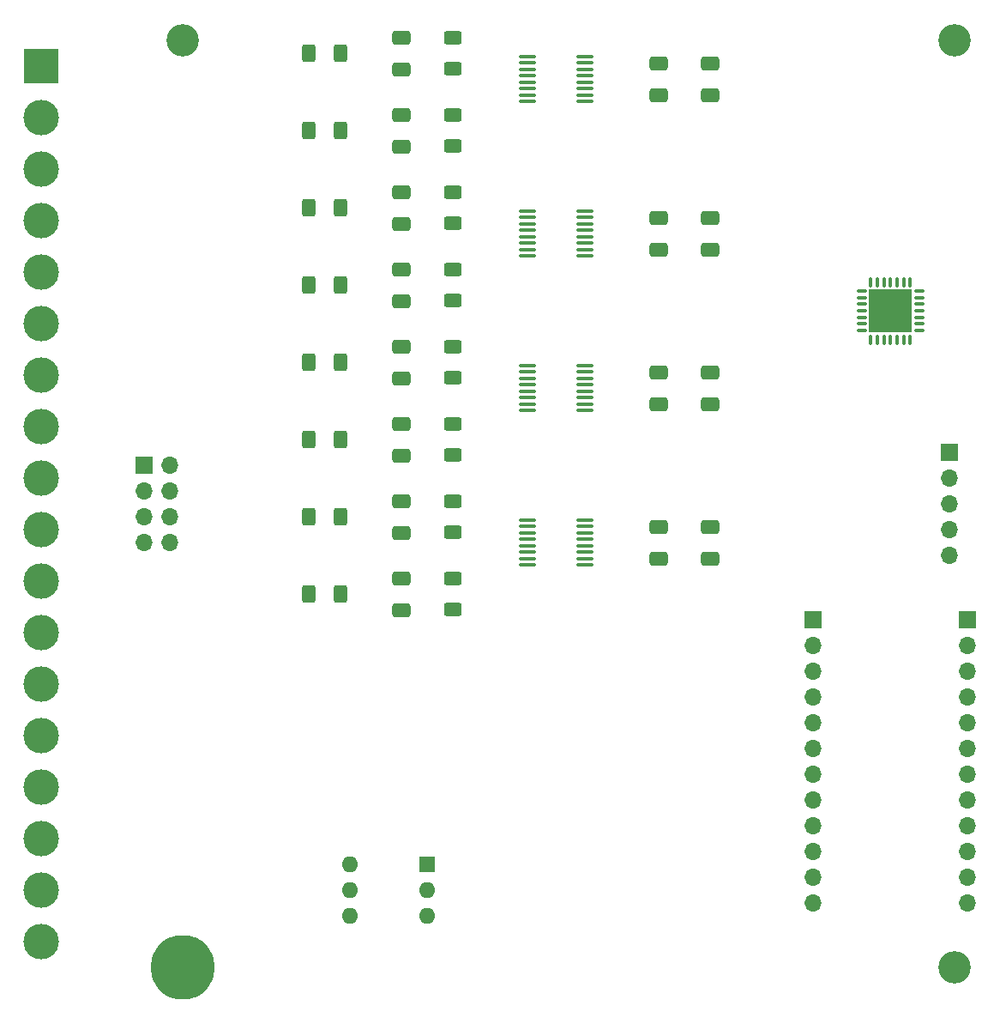
<source format=gbr>
%TF.GenerationSoftware,KiCad,Pcbnew,8.0.4-8.0.4-0~ubuntu22.04.1*%
%TF.CreationDate,2024-08-03T22:10:31+03:00*%
%TF.ProjectId,PM-DI16-DC24sink,504d2d44-4931-4362-9d44-43323473696e,rev?*%
%TF.SameCoordinates,Original*%
%TF.FileFunction,Soldermask,Top*%
%TF.FilePolarity,Negative*%
%FSLAX46Y46*%
G04 Gerber Fmt 4.6, Leading zero omitted, Abs format (unit mm)*
G04 Created by KiCad (PCBNEW 8.0.4-8.0.4-0~ubuntu22.04.1) date 2024-08-03 22:10:31*
%MOMM*%
%LPD*%
G01*
G04 APERTURE LIST*
G04 Aperture macros list*
%AMRoundRect*
0 Rectangle with rounded corners*
0 $1 Rounding radius*
0 $2 $3 $4 $5 $6 $7 $8 $9 X,Y pos of 4 corners*
0 Add a 4 corners polygon primitive as box body*
4,1,4,$2,$3,$4,$5,$6,$7,$8,$9,$2,$3,0*
0 Add four circle primitives for the rounded corners*
1,1,$1+$1,$2,$3*
1,1,$1+$1,$4,$5*
1,1,$1+$1,$6,$7*
1,1,$1+$1,$8,$9*
0 Add four rect primitives between the rounded corners*
20,1,$1+$1,$2,$3,$4,$5,0*
20,1,$1+$1,$4,$5,$6,$7,0*
20,1,$1+$1,$6,$7,$8,$9,0*
20,1,$1+$1,$8,$9,$2,$3,0*%
G04 Aperture macros list end*
%ADD10R,1.600000X1.600000*%
%ADD11O,1.600000X1.600000*%
%ADD12R,1.700000X1.700000*%
%ADD13O,1.700000X1.700000*%
%ADD14RoundRect,0.250000X0.625000X-0.400000X0.625000X0.400000X-0.625000X0.400000X-0.625000X-0.400000X0*%
%ADD15RoundRect,0.250000X-0.650000X0.412500X-0.650000X-0.412500X0.650000X-0.412500X0.650000X0.412500X0*%
%ADD16O,1.649999X0.399999*%
%ADD17RoundRect,0.250000X0.650000X-0.412500X0.650000X0.412500X-0.650000X0.412500X-0.650000X-0.412500X0*%
%ADD18RoundRect,0.250000X-0.400000X-0.625000X0.400000X-0.625000X0.400000X0.625000X-0.400000X0.625000X0*%
%ADD19O,6.350000X6.350000*%
%ADD20RoundRect,0.075000X0.075000X-0.437500X0.075000X0.437500X-0.075000X0.437500X-0.075000X-0.437500X0*%
%ADD21RoundRect,0.075000X0.437500X-0.075000X0.437500X0.075000X-0.437500X0.075000X-0.437500X-0.075000X0*%
%ADD22R,4.250000X4.250000*%
%ADD23R,3.500000X3.500000*%
%ADD24C,3.500000*%
%ADD25C,3.200000*%
G04 APERTURE END LIST*
D10*
%TO.C,SW1*%
X68580000Y-135890000D03*
D11*
X68580000Y-138430000D03*
X68580000Y-140970000D03*
X60960000Y-140970000D03*
X60960000Y-138430000D03*
X60960000Y-135890000D03*
%TD*%
D12*
%TO.C,J6*%
X40640000Y-96520000D03*
D13*
X43180000Y-96520000D03*
X40640000Y-99060000D03*
X43180000Y-99060000D03*
X40640000Y-101600000D03*
X43180000Y-101600000D03*
X40640000Y-104140000D03*
X43180000Y-104140000D03*
%TD*%
D14*
%TO.C,R9*%
X71120000Y-57430000D03*
X71120000Y-54330000D03*
%TD*%
D15*
%TO.C,C10*%
X96520000Y-72097500D03*
X96520000Y-75222500D03*
%TD*%
D16*
%TO.C,U3*%
X84105001Y-75882500D03*
X84105001Y-75247500D03*
X84105001Y-74612500D03*
X84105001Y-73977500D03*
X84105001Y-73342500D03*
X84105001Y-72707500D03*
X84105001Y-72072500D03*
X84105001Y-71437500D03*
X78455002Y-71437500D03*
X78455002Y-72072500D03*
X78455002Y-72707500D03*
X78455002Y-73342500D03*
X78455002Y-73977500D03*
X78455002Y-74612500D03*
X78455002Y-75247500D03*
X78455002Y-75882500D03*
%TD*%
D17*
%TO.C,C3*%
X66040000Y-87922500D03*
X66040000Y-84797500D03*
%TD*%
D18*
%TO.C,R3*%
X56870000Y-71120000D03*
X59970000Y-71120000D03*
%TD*%
D14*
%TO.C,R15*%
X71120000Y-103150000D03*
X71120000Y-100050000D03*
%TD*%
D17*
%TO.C,C7*%
X66040000Y-95542500D03*
X66040000Y-92417500D03*
%TD*%
D15*
%TO.C,C12*%
X96520000Y-102577500D03*
X96520000Y-105702500D03*
%TD*%
D17*
%TO.C,C8*%
X66040000Y-110782500D03*
X66040000Y-107657500D03*
%TD*%
D16*
%TO.C,U5*%
X84105001Y-106362500D03*
X84105001Y-105727500D03*
X84105001Y-105092500D03*
X84105001Y-104457500D03*
X84105001Y-103822500D03*
X84105001Y-103187500D03*
X84105001Y-102552500D03*
X84105001Y-101917500D03*
X78455002Y-101917500D03*
X78455002Y-102552500D03*
X78455002Y-103187500D03*
X78455002Y-103822500D03*
X78455002Y-104457500D03*
X78455002Y-105092500D03*
X78455002Y-105727500D03*
X78455002Y-106362500D03*
%TD*%
D19*
%TO.C,D2*%
X44450000Y-146050000D03*
%TD*%
D15*
%TO.C,C13*%
X91440000Y-56857500D03*
X91440000Y-59982500D03*
%TD*%
D18*
%TO.C,R1*%
X56870000Y-55880000D03*
X59970000Y-55880000D03*
%TD*%
D17*
%TO.C,C2*%
X66040000Y-72682500D03*
X66040000Y-69557500D03*
%TD*%
D20*
%TO.C,U11*%
X112350000Y-84117500D03*
X113000000Y-84117500D03*
X113650000Y-84117500D03*
X114300000Y-84117500D03*
X114950000Y-84117500D03*
X115600000Y-84117500D03*
X116250000Y-84117500D03*
D21*
X117137500Y-83230000D03*
X117137500Y-82580000D03*
X117137500Y-81930000D03*
X117137500Y-81280000D03*
X117137500Y-80630000D03*
X117137500Y-79980000D03*
X117137500Y-79330000D03*
D20*
X116250000Y-78442500D03*
X115600000Y-78442500D03*
X114950000Y-78442500D03*
X114300000Y-78442500D03*
X113650000Y-78442500D03*
X113000000Y-78442500D03*
X112350000Y-78442500D03*
D21*
X111462500Y-79330000D03*
X111462500Y-79980000D03*
X111462500Y-80630000D03*
X111462500Y-81280000D03*
X111462500Y-81930000D03*
X111462500Y-82580000D03*
X111462500Y-83230000D03*
D22*
X114300000Y-81280000D03*
%TD*%
D17*
%TO.C,C4*%
X66040000Y-103162500D03*
X66040000Y-100037500D03*
%TD*%
D14*
%TO.C,R16*%
X71120000Y-110770000D03*
X71120000Y-107670000D03*
%TD*%
D18*
%TO.C,R6*%
X56870000Y-93980000D03*
X59970000Y-93980000D03*
%TD*%
D23*
%TO.C,J2*%
X30480000Y-57150000D03*
D24*
X30480000Y-62230000D03*
X30480000Y-67310000D03*
X30480000Y-72390000D03*
X30480000Y-77470000D03*
X30480000Y-82550000D03*
X30480000Y-87630000D03*
X30480000Y-92710000D03*
X30480000Y-97790000D03*
X30480000Y-102870000D03*
X30480000Y-107950000D03*
X30480000Y-113030000D03*
X30480000Y-118110000D03*
X30480000Y-123190000D03*
X30480000Y-128270000D03*
X30480000Y-133350000D03*
X30480000Y-138430000D03*
X30480000Y-143510000D03*
%TD*%
D17*
%TO.C,C1*%
X66040000Y-57442500D03*
X66040000Y-54317500D03*
%TD*%
D14*
%TO.C,R10*%
X71120000Y-65050000D03*
X71120000Y-61950000D03*
%TD*%
D25*
%TO.C,H1*%
X44450000Y-54610000D03*
%TD*%
D18*
%TO.C,R5*%
X56870000Y-86360000D03*
X59970000Y-86360000D03*
%TD*%
D25*
%TO.C,H3*%
X120650000Y-146050000D03*
%TD*%
D17*
%TO.C,C6*%
X66040000Y-80302500D03*
X66040000Y-77177500D03*
%TD*%
D18*
%TO.C,R7*%
X56870000Y-101600000D03*
X59970000Y-101600000D03*
%TD*%
%TO.C,R4*%
X56870000Y-78740000D03*
X59970000Y-78740000D03*
%TD*%
D14*
%TO.C,R14*%
X71120000Y-95530000D03*
X71120000Y-92430000D03*
%TD*%
D18*
%TO.C,R2*%
X56870000Y-63500000D03*
X59970000Y-63500000D03*
%TD*%
D15*
%TO.C,C16*%
X91440000Y-102577500D03*
X91440000Y-105702500D03*
%TD*%
%TO.C,C9*%
X96520000Y-56857500D03*
X96520000Y-59982500D03*
%TD*%
D16*
%TO.C,U4*%
X84105001Y-91122500D03*
X84105001Y-90487500D03*
X84105001Y-89852500D03*
X84105001Y-89217500D03*
X84105001Y-88582500D03*
X84105001Y-87947500D03*
X84105001Y-87312500D03*
X84105001Y-86677500D03*
X78455002Y-86677500D03*
X78455002Y-87312500D03*
X78455002Y-87947500D03*
X78455002Y-88582500D03*
X78455002Y-89217500D03*
X78455002Y-89852500D03*
X78455002Y-90487500D03*
X78455002Y-91122500D03*
%TD*%
D15*
%TO.C,C14*%
X91440000Y-72097500D03*
X91440000Y-75222500D03*
%TD*%
D12*
%TO.C,J3*%
X120085000Y-95250000D03*
D13*
X120085000Y-97790000D03*
X120085000Y-100330000D03*
X120085000Y-102870000D03*
X120085000Y-105410000D03*
%TD*%
D15*
%TO.C,C15*%
X91440000Y-87337500D03*
X91440000Y-90462500D03*
%TD*%
D17*
%TO.C,C5*%
X66040000Y-65062500D03*
X66040000Y-61937500D03*
%TD*%
D16*
%TO.C,U2*%
X84105001Y-60642500D03*
X84105001Y-60007500D03*
X84105001Y-59372500D03*
X84105001Y-58737500D03*
X84105001Y-58102500D03*
X84105001Y-57467500D03*
X84105001Y-56832500D03*
X84105001Y-56197500D03*
X78455002Y-56197500D03*
X78455002Y-56832500D03*
X78455002Y-57467500D03*
X78455002Y-58102500D03*
X78455002Y-58737500D03*
X78455002Y-59372500D03*
X78455002Y-60007500D03*
X78455002Y-60642500D03*
%TD*%
D14*
%TO.C,R11*%
X71120000Y-72670000D03*
X71120000Y-69570000D03*
%TD*%
%TO.C,R13*%
X71120000Y-87910000D03*
X71120000Y-84810000D03*
%TD*%
%TO.C,R12*%
X71120000Y-80290000D03*
X71120000Y-77190000D03*
%TD*%
D25*
%TO.C,H2*%
X120650000Y-54610000D03*
%TD*%
D15*
%TO.C,C11*%
X96520000Y-87337500D03*
X96520000Y-90462500D03*
%TD*%
D18*
%TO.C,R8*%
X56870000Y-109220000D03*
X59970000Y-109220000D03*
%TD*%
D12*
%TO.C,J5*%
X106680000Y-111760000D03*
D13*
X106680000Y-114300000D03*
X106680000Y-116840000D03*
X106680000Y-119380000D03*
X106680000Y-121920000D03*
X106680000Y-124460000D03*
X106680000Y-127000000D03*
X106680000Y-129540000D03*
X106680000Y-132080000D03*
X106680000Y-134620000D03*
X106680000Y-137160000D03*
X106680000Y-139700000D03*
%TD*%
D12*
%TO.C,J4*%
X121920000Y-111760000D03*
D13*
X121920000Y-114300000D03*
X121920000Y-116840000D03*
X121920000Y-119380000D03*
X121920000Y-121920000D03*
X121920000Y-124460000D03*
X121920000Y-127000000D03*
X121920000Y-129540000D03*
X121920000Y-132080000D03*
X121920000Y-134620000D03*
X121920000Y-137160000D03*
X121920000Y-139700000D03*
%TD*%
M02*

</source>
